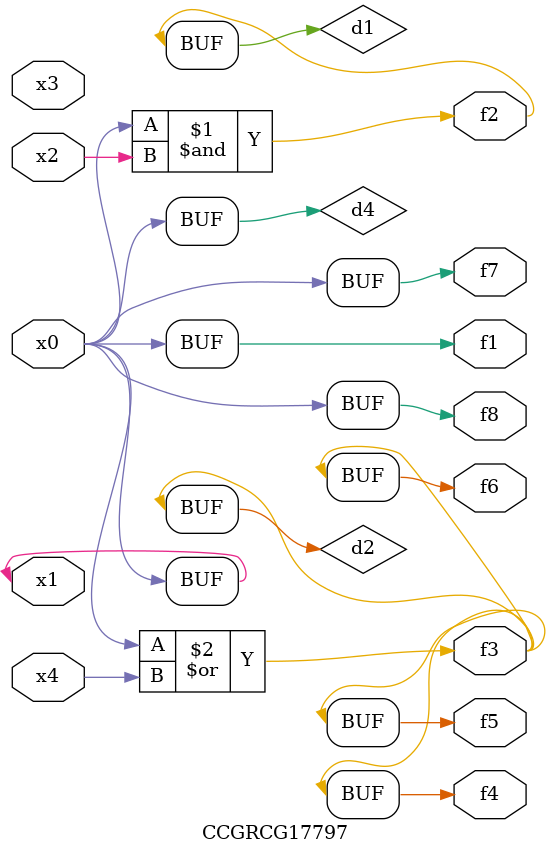
<source format=v>
module CCGRCG17797(
	input x0, x1, x2, x3, x4,
	output f1, f2, f3, f4, f5, f6, f7, f8
);

	wire d1, d2, d3, d4;

	and (d1, x0, x2);
	or (d2, x0, x4);
	nand (d3, x0, x2);
	buf (d4, x0, x1);
	assign f1 = d4;
	assign f2 = d1;
	assign f3 = d2;
	assign f4 = d2;
	assign f5 = d2;
	assign f6 = d2;
	assign f7 = d4;
	assign f8 = d4;
endmodule

</source>
